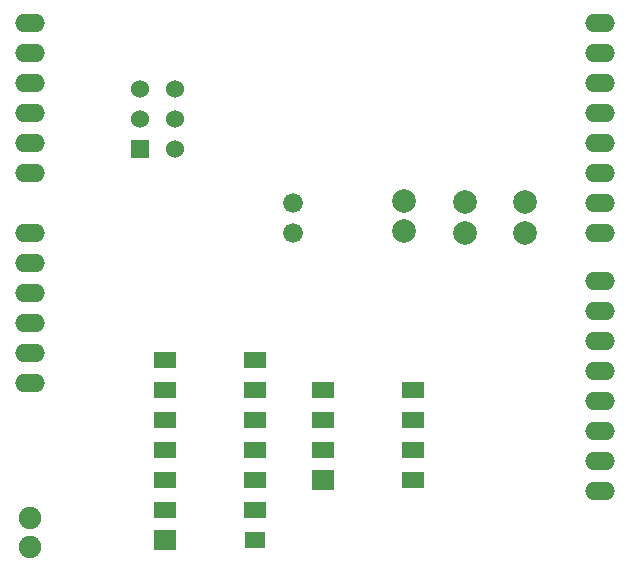
<source format=gts>
G04 (created by PCBNEW (2013-jul-07)-stable) date Wed 25 Feb 2015 17:07:09 CET*
%MOIN*%
G04 Gerber Fmt 3.4, Leading zero omitted, Abs format*
%FSLAX34Y34*%
G01*
G70*
G90*
G04 APERTURE LIST*
%ADD10C,0.00590551*%
%ADD11O,0.1X0.06*%
%ADD12R,0.06X0.06*%
%ADD13C,0.06*%
%ADD14C,0.066*%
%ADD15R,0.0748031X0.0708661*%
%ADD16R,0.0748031X0.0551181*%
%ADD17R,0.0669291X0.0551181*%
%ADD18C,0.0748031*%
%ADD19C,0.0787402*%
G04 APERTURE END LIST*
G54D10*
G54D11*
X61250Y-24250D03*
X61250Y-25250D03*
X61250Y-26250D03*
X61250Y-29250D03*
X61250Y-28250D03*
X61250Y-27250D03*
X61250Y-31250D03*
X61250Y-32250D03*
X61250Y-33250D03*
X61250Y-35250D03*
X61250Y-36250D03*
X80250Y-24250D03*
X80250Y-25250D03*
X80250Y-26250D03*
X80250Y-27250D03*
X80250Y-28250D03*
X80250Y-29250D03*
X80250Y-30250D03*
X80250Y-31250D03*
X80250Y-32850D03*
X80250Y-33850D03*
X80250Y-34850D03*
X80250Y-35850D03*
X80250Y-36850D03*
X80250Y-37850D03*
X80250Y-38850D03*
X80250Y-39850D03*
X61250Y-34250D03*
G54D12*
X64905Y-28460D03*
G54D13*
X64905Y-27460D03*
X64905Y-26460D03*
X66094Y-26460D03*
X66094Y-27460D03*
X66094Y-28460D03*
G54D14*
X70000Y-31250D03*
X70000Y-30250D03*
G54D15*
X65750Y-41500D03*
G54D16*
X65750Y-40500D03*
X65750Y-39500D03*
X65750Y-38500D03*
X65750Y-37500D03*
X65750Y-36500D03*
X65750Y-35500D03*
X68750Y-35500D03*
X68750Y-36500D03*
X68750Y-37500D03*
X68750Y-38500D03*
X68750Y-39500D03*
X68750Y-40500D03*
G54D17*
X68750Y-41500D03*
G54D18*
X61250Y-40750D03*
X61250Y-41734D03*
G54D15*
X71000Y-39500D03*
G54D16*
X71000Y-38500D03*
X71000Y-37500D03*
X71000Y-36500D03*
X74000Y-36500D03*
X74000Y-37500D03*
X74000Y-38500D03*
X74000Y-39500D03*
G54D19*
X77750Y-31261D03*
X77750Y-30238D03*
X75750Y-31261D03*
X75750Y-30238D03*
X73700Y-31211D03*
X73700Y-30188D03*
M02*

</source>
